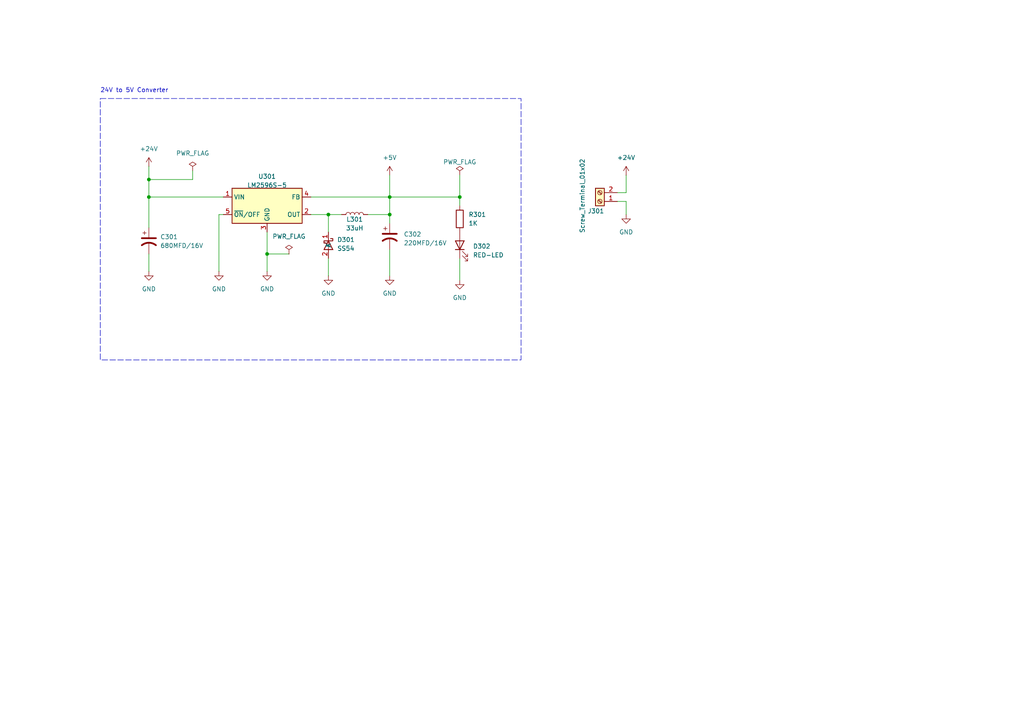
<source format=kicad_sch>
(kicad_sch (version 20250114) (generator "eeschema") (generator_version "9.0")
  (paper "A4")
  (lib_symbols
    (symbol "Connector:Screw_Terminal_01x02" (pin_names (offset 1.016) (hide yes))
      (property "Reference" "J" (at 0 2.54 0))
      (property "Value" "Screw_Terminal_01x02" (at 0 -5.08 0))
      (symbol "Screw_Terminal_01x02_1_1"
        (rectangle (start -1.27 1.27) (end 1.27 -3.81) (stroke (width 0.254)) (fill (type background)))
        (polyline (pts (xy -0.5334 0.3302) (xy 0.3302 -0.508)) (stroke (width 0.1524)))
        (polyline (pts (xy -0.5334 -2.2098) (xy 0.3302 -3.048)) (stroke (width 0.1524)))
        (polyline (pts (xy -0.3556 0.508) (xy 0.508 -0.3302)) (stroke (width 0.1524)))
        (polyline (pts (xy -0.3556 -2.032) (xy 0.508 -2.8702)) (stroke (width 0.1524)))
        (circle (center 0 0) (radius 0.635) (stroke (width 0.1524)))
        (circle (center 0 -2.54) (radius 0.635) (stroke (width 0.1524)))
        (pin passive line (at -5.08 0 0) (length 3.81) (name "Pin_1") (number "1"))
        (pin passive line (at -5.08 -2.54 0) (length 3.81) (name "Pin_2") (number "2"))
      )
    )
    (symbol "Device:C_Polarized_US" (pin_numbers (hide yes)) (pin_names (offset 0.254) (hide yes))
      (property "Reference" "C" (at 0.635 2.54 0))
      (property "Value" "C_Polarized_US" (at 0.635 -2.54 0))
      (symbol "C_Polarized_US_0_1"
        (polyline (pts (xy -2.032 0.762) (xy 2.032 0.762)) (stroke (width 0.508)))
        (polyline (pts (xy -1.778 2.286) (xy -0.762 2.286)))
        (polyline (pts (xy -1.27 1.778) (xy -1.27 2.794)))
        (arc (start -2.032 -1.27) (mid 0 -0.5572) (end 2.032 -1.27) (stroke (width 0.508)))
      )
      (symbol "C_Polarized_US_1_1"
        (pin passive line (at 0 3.81 270) (length 2.794) (name "~") (number "1"))
        (pin passive line (at 0 -3.81 90) (length 3.302) (name "~") (number "2"))
      )
    )
    (symbol "Device:L" (pin_numbers (hide yes)) (pin_names (offset 1.016) (hide yes))
      (property "Reference" "L" (at -1.27 0 90))
      (property "Value" "L" (at 1.905 0 90))
      (symbol "L_0_1"
        (arc (start 0 2.54) (mid 0.6323 1.905) (end 0 1.27))
        (arc (start 0 1.27) (mid 0.6323 0.635) (end 0 0))
        (arc (start 0 0) (mid 0.6323 -0.635) (end 0 -1.27))
        (arc (start 0 -1.27) (mid 0.6323 -1.905) (end 0 -2.54))
      )
      (symbol "L_1_1"
        (pin passive line (at 0 3.81 270) (length 1.27) (name "1") (number "1"))
        (pin passive line (at 0 -3.81 90) (length 1.27) (name "2") (number "2"))
      )
    )
    (symbol "Device:LED" (pin_numbers (hide yes)) (pin_names (offset 1.016) (hide yes))
      (property "Reference" "D" (at 0 2.54 0))
      (property "Value" "LED" (at 0 -2.54 0))
      (symbol "LED_0_1"
        (polyline (pts (xy -3.048 -0.762) (xy -4.572 -2.286) (xy -3.81 -2.286) (xy -4.572 -2.286) (xy -4.572 -1.524)))
        (polyline (pts (xy -1.778 -0.762) (xy -3.302 -2.286) (xy -2.54 -2.286) (xy -3.302 -2.286) (xy -3.302 -1.524)))
        (polyline (pts (xy -1.27 0) (xy 1.27 0)))
        (polyline (pts (xy -1.27 -1.27) (xy -1.27 1.27)) (stroke (width 0.254)))
        (polyline (pts (xy 1.27 -1.27) (xy 1.27 1.27) (xy -1.27 0) (xy 1.27 -1.27)) (stroke (width 0.254)))
      )
      (symbol "LED_1_1"
        (pin passive line (at -3.81 0 0) (length 2.54) (name "K") (number "1"))
        (pin passive line (at 3.81 0 180) (length 2.54) (name "A") (number "2"))
      )
    )
    (symbol "Device:R" (pin_numbers (hide yes)) (pin_names (offset 0))
      (property "Reference" "R" (at 2.032 0 90))
      (property "Value" "R" (at 0 0 90))
      (symbol "R_0_1"
        (rectangle (start -1.016 -2.54) (end 1.016 2.54) (stroke (width 0.254)))
      )
      (symbol "R_1_1"
        (pin passive line (at 0 3.81 270) (length 1.27) (name "~") (number "1"))
        (pin passive line (at 0 -3.81 90) (length 1.27) (name "~") (number "2"))
      )
    )
    (symbol "GND_1" (power) (pin_numbers (hide yes)) (pin_names (offset 0) (hide yes))
      (property "Value" "GND" (at 0 -3.81 0))
      (symbol "GND_1_0_1"
        (polyline (pts (xy 0 0) (xy 0 -1.27) (xy 1.27 -1.27) (xy 0 -2.54) (xy -1.27 -1.27) (xy 0 -1.27)))
      )
      (symbol "GND_1_1_1"
        (pin power_in line (at 0 0 270) (length 0) (name "~") (number "1"))
      )
    )
    (symbol "Regulator_Switching:LM2596S-5"
      (property "Reference" "U" (at -10.16 6.35 0))
      (property "Value" "LM2596S-5" (at 0 6.35 0))
      (symbol "LM2596S-5_0_1"
        (rectangle (start -10.16 5.08) (end 10.16 -5.08) (stroke (width 0.254)) (fill (type background)))
      )
      (symbol "LM2596S-5_1_1"
        (pin power_in line (at -12.7 2.54 0) (length 2.54) (name "VIN") (number "1"))
        (pin input line (at -12.7 -2.54 0) (length 2.54) (name "~{ON}/OFF") (number "5"))
        (pin power_in line (at 0 -7.62 90) (length 2.54) (name "GND") (number "3"))
        (pin input line (at 12.7 2.54 180) (length 2.54) (name "FB") (number "4"))
        (pin output line (at 12.7 -2.54 180) (length 2.54) (name "OUT") (number "2"))
      )
    )
    (symbol "coconut_pairing:SS54"
      (property "Reference" "D" (at 0 0 0))
      (symbol "SS54_0_1"
        (polyline (pts (xy -1.905 -1.905) (xy -1.905 -1.27) (xy -1.27 -1.27) (xy -1.27 -3.81) (xy -0.635 -3.81) (xy -0.635 -3.175)) (stroke (width 0.254)))
        (polyline (pts (xy 1.27 -1.27) (xy 1.27 -3.81) (xy -1.27 -2.54) (xy 1.27 -1.27)) (stroke (width 0.254)))
        (polyline (pts (xy 1.27 -2.54) (xy -1.27 -2.54)))
      )
      (symbol "SS54_1_1"
        (pin passive line (at -3.81 -2.54 0) (length 2.54) (name "K") (number "1"))
        (pin passive line (at 3.81 -2.54 180) (length 2.54) (name "A") (number "2"))
      )
    )
    (symbol "power:+24V" (power) (pin_numbers (hide yes)) (pin_names (offset 0) (hide yes))
      (property "Value" "+24V" (at 0 3.556 0))
      (symbol "+24V_0_1"
        (polyline (pts (xy -0.762 1.27) (xy 0 2.54)))
        (polyline (pts (xy 0 2.54) (xy 0.762 1.27)))
        (polyline (pts (xy 0 0) (xy 0 2.54)))
      )
      (symbol "+24V_1_1"
        (pin power_in line (at 0 0 90) (length 0) (name "~") (number "1"))
      )
    )
    (symbol "power:+5V" (power) (pin_numbers (hide yes)) (pin_names (offset 0) (hide yes))
      (property "Value" "+5V" (at 0 3.556 0))
      (symbol "+5V_0_1"
        (polyline (pts (xy -0.762 1.27) (xy 0 2.54)))
        (polyline (pts (xy 0 2.54) (xy 0.762 1.27)))
        (polyline (pts (xy 0 0) (xy 0 2.54)))
      )
      (symbol "+5V_1_1"
        (pin power_in line (at 0 0 90) (length 0) (name "~") (number "1"))
      )
    )
    (symbol "power:PWR_FLAG" (power) (pin_numbers (hide yes)) (pin_names (offset 0) (hide yes))
      (property "Value" "PWR_FLAG" (at 0 3.81 0))
      (symbol "PWR_FLAG_0_0"
        (pin power_out line (at 0 0 90) (length 0) (name "pwr") (number "1"))
      )
      (symbol "PWR_FLAG_0_1"
        (polyline (pts (xy 0 0) (xy 0 1.27) (xy -1.016 1.905) (xy 0 2.54) (xy 1.016 1.905) (xy 0 1.27)))
      )
    )
  )
  (rectangle (start 29.083 28.575) (end 151.13 104.394) (stroke (width 0) (type dash)))
  (text "24V to 5V Converter" (at 29.083 27.051 0) (effects (font (size 1.27 1.27)) (justify left bottom)))
  (junction (at 43.18 52.07))
  (junction (at 113.03 57.15))
  (junction (at 43.18 57.15))
  (junction (at 95.25 62.23))
  (junction (at 133.35 57.15))
  (junction (at 113.03 62.23))
  (junction (at 77.47 73.66))
  (wire (pts (xy 43.18 57.15) (xy 64.77 57.15)))
  (wire (pts (xy 77.47 67.31) (xy 77.47 73.66)))
  (wire (pts (xy 133.35 50.8) (xy 133.35 57.15)))
  (wire (pts (xy 181.61 58.42) (xy 181.61 62.23)))
  (wire (pts (xy 95.25 74.93) (xy 95.25 80.01)))
  (wire (pts (xy 43.18 57.15) (xy 43.18 66.04)))
  (wire (pts (xy 55.88 52.07) (xy 43.18 52.07)))
  (wire (pts (xy 55.88 49.53) (xy 55.88 52.07)))
  (wire (pts (xy 113.03 50.8) (xy 113.03 57.15)))
  (wire (pts (xy 43.18 73.66) (xy 43.18 78.74)))
  (wire (pts (xy 113.03 72.39) (xy 113.03 80.01)))
  (wire (pts (xy 90.17 57.15) (xy 113.03 57.15)))
  (wire (pts (xy 77.47 73.66) (xy 83.82 73.66)))
  (wire (pts (xy 113.03 57.15) (xy 113.03 62.23)))
  (wire (pts (xy 113.03 57.15) (xy 133.35 57.15)))
  (wire (pts (xy 63.5 62.23) (xy 63.5 78.74)))
  (wire (pts (xy 63.5 62.23) (xy 64.77 62.23)))
  (wire (pts (xy 95.25 62.23) (xy 95.25 67.31)))
  (wire (pts (xy 43.18 48.26) (xy 43.18 52.07)))
  (wire (pts (xy 179.07 55.88) (xy 181.61 55.88)))
  (wire (pts (xy 77.47 73.66) (xy 77.47 78.74)))
  (wire (pts (xy 133.35 74.93) (xy 133.35 81.28)))
  (wire (pts (xy 113.03 62.23) (xy 113.03 64.77)))
  (wire (pts (xy 133.35 59.69) (xy 133.35 57.15)))
  (wire (pts (xy 179.07 58.42) (xy 181.61 58.42)))
  (wire (pts (xy 181.61 55.88) (xy 181.61 50.8)))
  (wire (pts (xy 90.17 62.23) (xy 95.25 62.23)))
  (wire (pts (xy 43.18 52.07) (xy 43.18 57.15)))
  (wire (pts (xy 106.68 62.23) (xy 113.03 62.23)))
  (wire (pts (xy 95.25 62.23) (xy 99.06 62.23)))
  (symbol (lib_id "power:+24V") (at 181.61 50.8 0) (unit 1)
    (property "Reference" "#PWR0309" (effects (hide yes)))
    (property "Value" "+24V" (at 181.61 45.72 0))
    (property "Description" "Power symbol creates a global label with name \"+24V\"" (effects (hide yes)))
  )
  (symbol (lib_id "Connector:Screw_Terminal_01x02") (at 173.99 58.42 180) (unit 1)
    (property "Reference" "J301" (at 175.26 61.214 0) (effects (justify left)))
    (property "Value" "Screw_Terminal_01x02" (at 168.91 45.974 90) (effects (justify left)))
    (property "Footprint" "Connector_Phoenix_MC:PhoenixContact_MC_1,5_2-G-3.81_1x02_P3.81mm_Horizontal" (effects (hide yes)))
    (property "Description" "Generic screw terminal, single row, 01x02, script generated (kicad-library-utils/schlib/autogen/connector/)" (effects (hide yes)))
  )
  (symbol (lib_id "power:PWR_FLAG") (at 133.35 50.8 0) (mirror y) (unit 1)
    (property "Reference" "#FLG0303" (effects (hide yes)))
    (property "Value" "PWR_FLAG" (at 133.35 46.99 0))
  )
  (symbol (lib_name "GND_1") (lib_id "power:GND") (at 113.03 80.01 0) (unit 1)
    (property "Reference" "#PWR0307" (effects (hide yes)))
    (property "Value" "GND" (at 113.03 85.09 0))
    (property "Description" "Power symbol creates a global label with name \"GND\" , ground" (effects (hide yes)))
  )
  (symbol (lib_id "power:+24V") (at 43.18 48.26 0) (unit 1)
    (property "Reference" "#PWR0301" (effects (hide yes)))
    (property "Value" "+24V" (at 43.18 43.18 0))
    (property "Description" "Power symbol creates a global label with name \"+24V\"" (effects (hide yes)))
  )
  (symbol (lib_id "Device:C_Polarized_US") (at 113.03 68.58 0) (unit 1)
    (property "Reference" "C302" (at 117.094 67.945 0) (effects (justify left)))
    (property "Value" "220MFD/16V" (at 117.094 70.485 0) (effects (justify left)))
    (property "Footprint" "Capacitor_SMD:CP_Elec_10x10.5" (effects (hide yes)))
  )
  (symbol (lib_id "Device:L") (at 102.87 62.23 90) (unit 1)
    (property "Reference" "L301" (at 102.87 63.627 90))
    (property "Value" "33uH" (at 102.87 66.167 90))
    (property "Footprint" "Inductor_SMD:L_12x12mm_H8mm" (effects (hide yes)))
  )
  (symbol (lib_id "power:PWR_FLAG") (at 55.88 49.53 0) (unit 1)
    (property "Reference" "#FLG0301" (effects (hide yes)))
    (property "Value" "PWR_FLAG" (at 55.88 44.45 0))
    (property "Description" "Special symbol for telling ERC where power comes from" (effects (hide yes)))
  )
  (symbol (lib_name "GND_1") (lib_id "power:GND") (at 95.25 80.01 0) (unit 1)
    (property "Reference" "#PWR0305" (effects (hide yes)))
    (property "Value" "GND" (at 95.25 85.09 0))
    (property "Description" "Power symbol creates a global label with name \"GND\" , ground" (effects (hide yes)))
  )
  (symbol (lib_id "Device:R") (at 133.35 63.5 0) (unit 1)
    (property "Reference" "R301" (at 135.89 62.2299 0) (effects (justify left)))
    (property "Value" "1K" (at 135.89 64.7699 0) (effects (justify left)))
    (property "Footprint" "Resistor_SMD:R_0402_1005Metric_Pad0.72x0.64mm_HandSolder" (effects (hide yes)))
    (property "Description" "Resistor" (effects (hide yes)))
  )
  (symbol (lib_name "GND_1") (lib_id "power:GND") (at 63.5 78.74 0) (unit 1)
    (property "Reference" "#PWR0303" (effects (hide yes)))
    (property "Value" "GND" (at 63.5 83.82 0))
    (property "Description" "Power symbol creates a global label with name \"GND\" , ground" (effects (hide yes)))
  )
  (symbol (lib_name "GND_1") (lib_id "power:GND") (at 43.18 78.74 0) (unit 1)
    (property "Reference" "#PWR0302" (effects (hide yes)))
    (property "Value" "GND" (at 43.18 83.82 0))
    (property "Description" "Power symbol creates a global label with name \"GND\" , ground" (effects (hide yes)))
  )
  (symbol (lib_id "coconut_pairing:SS54") (at 97.79 71.12 270) (unit 1)
    (property "Reference" "D301" (at 97.79 69.5324 90) (effects (justify left)))
    (property "Value" "SS54" (at 97.79 72.0724 90) (effects (justify left)))
    (property "Footprint" "Diode_SMD:D_SMA_Handsoldering" (effects (hide yes)))
  )
  (symbol (lib_id "power:PWR_FLAG") (at 83.82 73.66 0) (unit 1)
    (property "Reference" "#FLG0302" (effects (hide yes)))
    (property "Value" "PWR_FLAG" (at 83.82 68.58 0))
    (property "Description" "Special symbol for telling ERC where power comes from" (effects (hide yes)))
  )
  (symbol (lib_id "Device:LED") (at 133.35 71.12 90) (unit 1)
    (property "Reference" "D302" (at 137.16 71.4374 90) (effects (justify right)))
    (property "Value" "RED-LED" (at 137.16 73.9774 90) (effects (justify right)))
    (property "Footprint" "LED_SMD:LED_0603_1608Metric_Pad1.05x0.95mm_HandSolder" (effects (hide yes)))
    (property "Description" "Light emitting diode" (effects (hide yes)))
    (property "Sim.Pins" "1=K 2=A" (effects (hide yes)))
  )
  (symbol (lib_name "GND_1") (lib_id "power:GND") (at 133.35 81.28 0) (unit 1)
    (property "Reference" "#PWR0308" (effects (hide yes)))
    (property "Value" "GND" (at 133.35 86.36 0))
    (property "Description" "Power symbol creates a global label with name \"GND\" , ground" (effects (hide yes)))
  )
  (symbol (lib_id "Regulator_Switching:LM2596S-5") (at 77.47 59.69 0) (unit 1)
    (property "Reference" "U301" (at 77.47 51.181 0))
    (property "Value" "LM2596S-5" (at 77.47 53.721 0))
    (property "Footprint" "Package_TO_SOT_SMD:TO-263-5_TabPin3" (effects (hide yes)))
    (property "Datasheet" "http://www.ti.com/lit/ds/symlink/lm2596.pdf" (effects (hide yes)))
  )
  (symbol (lib_id "Device:C_Polarized_US") (at 43.18 69.85 0) (unit 1)
    (property "Reference" "C301" (at 46.482 68.707 0) (effects (justify left)))
    (property "Value" "680MFD/16V" (at 46.482 71.247 0) (effects (justify left)))
    (property "Footprint" "Capacitor_SMD:CP_Elec_10x10.5" (effects (hide yes)))
  )
  (symbol (lib_name "GND_1") (lib_id "power:GND") (at 77.47 78.74 0) (unit 1)
    (property "Reference" "#PWR0304" (effects (hide yes)))
    (property "Value" "GND" (at 77.47 83.82 0))
    (property "Description" "Power symbol creates a global label with name \"GND\" , ground" (effects (hide yes)))
  )
  (symbol (lib_id "power:+5V") (at 113.03 50.8 0) (unit 1)
    (property "Reference" "#PWR0306" (effects (hide yes)))
    (property "Value" "+5V" (at 113.03 45.72 0))
    (property "Description" "Power symbol creates a global label with name \"+5V\"" (effects (hide yes)))
  )
  (symbol (lib_name "GND_1") (lib_id "power:GND") (at 181.61 62.23 0) (unit 1)
    (property "Reference" "#PWR0310" (effects (hide yes)))
    (property "Value" "GND" (at 181.61 67.31 0))
    (property "Description" "Power symbol creates a global label with name \"GND\" , ground" (effects (hide yes)))
  )
)
</source>
